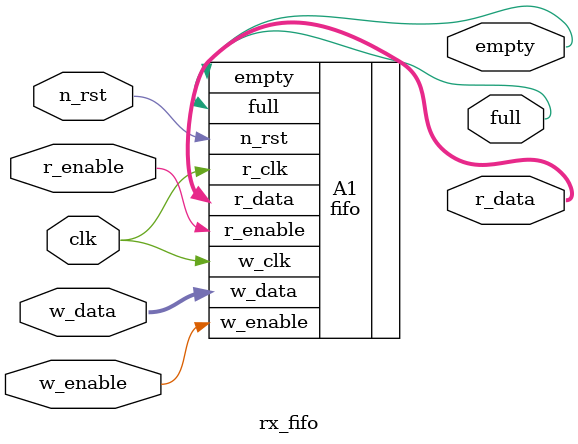
<source format=sv>

module rx_fifo
(
	input wire clk,
	input wire n_rst,
	input wire r_enable,
	input wire w_enable,
	input wire [7:0] w_data,
	output wire [7:0] r_data,
	output wire empty,
	output wire full
);

	fifo A1 (.r_clk(clk), .w_clk(clk), .n_rst(n_rst), .r_enable(r_enable), .w_enable(w_enable), .w_data(w_data), .r_data(r_data), .empty(empty), .full(full));

endmodule

</source>
